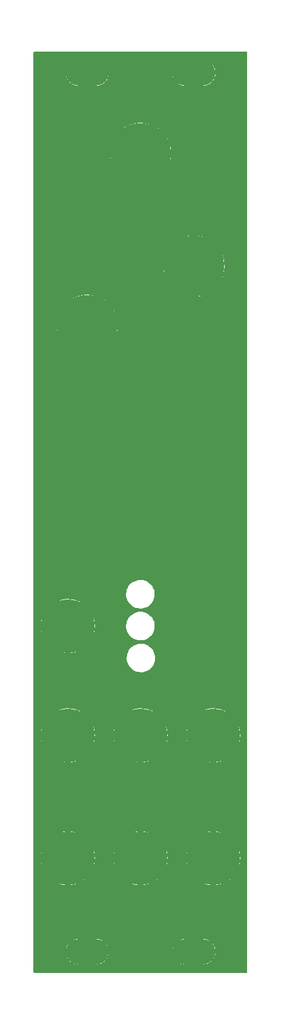
<source format=gbr>
%TF.GenerationSoftware,KiCad,Pcbnew,(5.99.0-10138-g1fe0c6d870)*%
%TF.CreationDate,2021-07-12T21:30:14+01:00*%
%TF.ProjectId,Hagiwo DCO Panel,48616769-776f-4204-9443-4f2050616e65,rev?*%
%TF.SameCoordinates,Original*%
%TF.FileFunction,Copper,L2,Bot*%
%TF.FilePolarity,Positive*%
%FSLAX46Y46*%
G04 Gerber Fmt 4.6, Leading zero omitted, Abs format (unit mm)*
G04 Created by KiCad (PCBNEW (5.99.0-10138-g1fe0c6d870)) date 2021-07-12 21:30:14*
%MOMM*%
%LPD*%
G01*
G04 APERTURE LIST*
%TA.AperFunction,ComponentPad*%
%ADD10C,7.500000*%
%TD*%
%TA.AperFunction,ComponentPad*%
%ADD11O,6.000000X3.500000*%
%TD*%
%TA.AperFunction,ComponentPad*%
%ADD12C,8.500000*%
%TD*%
G04 APERTURE END LIST*
D10*
%TO.P,REF\u002A\u002A,1*%
%TO.N,gnd*%
X151130000Y-147320000D03*
%TD*%
%TO.P,REF\u002A\u002A,1*%
%TO.N,gnd*%
X151130000Y-130175000D03*
%TD*%
%TO.P,REF\u002A\u002A,1*%
%TO.N,gnd*%
X130810000Y-130175000D03*
%TD*%
D11*
%TO.P,REF\u002A\u002A,2*%
%TO.N,gnd*%
X133508750Y-160337500D03*
%TD*%
%TO.P,REF\u002A\u002A,2*%
%TO.N,gnd*%
X148431250Y-37861875D03*
%TD*%
D12*
%TO.P,REF\u002A\u002A,1*%
%TO.N,gnd*%
X148431250Y-64770000D03*
%TD*%
D10*
%TO.P,REF\u002A\u002A,1*%
%TO.N,gnd*%
X140970000Y-147320000D03*
%TD*%
D11*
%TO.P,REF\u002A\u002A,2*%
%TO.N,gnd*%
X148431250Y-160337500D03*
%TD*%
%TO.P,REF\u002A\u002A,2*%
%TO.N,gnd*%
X133508750Y-37861875D03*
%TD*%
D10*
%TO.P,REF\u002A\u002A,1*%
%TO.N,gnd*%
X140970000Y-130175000D03*
%TD*%
D12*
%TO.P,REF\u002A\u002A,1*%
%TO.N,gnd*%
X140970000Y-49053750D03*
%TD*%
%TO.P,REF\u002A\u002A,1*%
%TO.N,gnd*%
X133508750Y-73025000D03*
%TD*%
D10*
%TO.P,REF\u002A\u002A,1*%
%TO.N,gnd*%
X130810000Y-114935000D03*
%TD*%
%TO.P,REF\u002A\u002A,1*%
%TO.N,gnd*%
X130810000Y-147320000D03*
%TD*%
%TA.AperFunction,Conductor*%
%TO.N,gnd*%
G36*
X155834621Y-34865627D02*
G01*
X155881114Y-34919283D01*
X155892500Y-34971625D01*
X155892500Y-163148375D01*
X155872498Y-163216496D01*
X155818842Y-163262989D01*
X155766500Y-163274375D01*
X126118500Y-163274375D01*
X126050379Y-163254373D01*
X126003886Y-163200717D01*
X125992500Y-163148375D01*
X125992500Y-160609210D01*
X130529420Y-160609210D01*
X130541471Y-160697754D01*
X130543409Y-160706873D01*
X130613579Y-160947615D01*
X130616851Y-160956368D01*
X130721835Y-161184095D01*
X130726355Y-161192250D01*
X130863849Y-161401963D01*
X130869532Y-161409368D01*
X131036510Y-161596451D01*
X131043218Y-161602929D01*
X131236019Y-161763281D01*
X131243619Y-161768702D01*
X131457996Y-161898788D01*
X131466313Y-161903026D01*
X131697570Y-162000001D01*
X131706408Y-162002958D01*
X131949462Y-162064686D01*
X131958652Y-162066307D01*
X132165984Y-162087184D01*
X132172276Y-162087500D01*
X133236635Y-162087500D01*
X133251874Y-162083025D01*
X133253079Y-162081635D01*
X133254750Y-162073952D01*
X133254750Y-160609615D01*
X133253409Y-160605048D01*
X133762750Y-160605048D01*
X133762750Y-162069385D01*
X133767225Y-162084624D01*
X133768615Y-162085829D01*
X133776298Y-162087500D01*
X134823690Y-162087500D01*
X134828365Y-162087327D01*
X135013504Y-162073569D01*
X135022710Y-162072192D01*
X135267305Y-162016846D01*
X135276216Y-162014122D01*
X135509944Y-161923230D01*
X135518353Y-161919219D01*
X135736077Y-161794780D01*
X135743802Y-161789569D01*
X135940743Y-161634313D01*
X135947611Y-161628020D01*
X136119435Y-161445365D01*
X136125309Y-161438110D01*
X136268246Y-161232068D01*
X136272974Y-161224043D01*
X136383894Y-160999121D01*
X136387381Y-160990489D01*
X136463834Y-160751648D01*
X136466010Y-160742587D01*
X136487704Y-160609378D01*
X136487683Y-160609210D01*
X145451920Y-160609210D01*
X145463971Y-160697754D01*
X145465909Y-160706873D01*
X145536079Y-160947615D01*
X145539351Y-160956368D01*
X145644335Y-161184095D01*
X145648855Y-161192250D01*
X145786349Y-161401963D01*
X145792032Y-161409368D01*
X145959010Y-161596451D01*
X145965718Y-161602929D01*
X146158519Y-161763281D01*
X146166119Y-161768702D01*
X146380496Y-161898788D01*
X146388813Y-161903026D01*
X146620070Y-162000001D01*
X146628908Y-162002958D01*
X146871962Y-162064686D01*
X146881152Y-162066307D01*
X147088484Y-162087184D01*
X147094776Y-162087500D01*
X148159135Y-162087500D01*
X148174374Y-162083025D01*
X148175579Y-162081635D01*
X148177250Y-162073952D01*
X148177250Y-160609615D01*
X148175909Y-160605048D01*
X148685250Y-160605048D01*
X148685250Y-162069385D01*
X148689725Y-162084624D01*
X148691115Y-162085829D01*
X148698798Y-162087500D01*
X149746190Y-162087500D01*
X149750865Y-162087327D01*
X149936004Y-162073569D01*
X149945210Y-162072192D01*
X150189805Y-162016846D01*
X150198716Y-162014122D01*
X150432444Y-161923230D01*
X150440853Y-161919219D01*
X150658577Y-161794780D01*
X150666302Y-161789569D01*
X150863243Y-161634313D01*
X150870111Y-161628020D01*
X151041935Y-161445365D01*
X151047809Y-161438110D01*
X151190746Y-161232068D01*
X151195474Y-161224043D01*
X151306394Y-160999121D01*
X151309881Y-160990489D01*
X151386334Y-160751648D01*
X151388510Y-160742587D01*
X151410204Y-160609378D01*
X151408508Y-160595785D01*
X151394401Y-160591500D01*
X148703365Y-160591500D01*
X148688126Y-160595975D01*
X148686921Y-160597365D01*
X148685250Y-160605048D01*
X148175909Y-160605048D01*
X148172775Y-160594376D01*
X148171385Y-160593171D01*
X148163702Y-160591500D01*
X145467625Y-160591500D01*
X145453941Y-160595518D01*
X145451920Y-160609210D01*
X136487683Y-160609210D01*
X136486008Y-160595785D01*
X136471901Y-160591500D01*
X133780865Y-160591500D01*
X133765626Y-160595975D01*
X133764421Y-160597365D01*
X133762750Y-160605048D01*
X133253409Y-160605048D01*
X133250275Y-160594376D01*
X133248885Y-160593171D01*
X133241202Y-160591500D01*
X130545125Y-160591500D01*
X130531441Y-160595518D01*
X130529420Y-160609210D01*
X125992500Y-160609210D01*
X125992500Y-160065622D01*
X130529796Y-160065622D01*
X130531492Y-160079215D01*
X130545599Y-160083500D01*
X133236635Y-160083500D01*
X133251874Y-160079025D01*
X133253079Y-160077635D01*
X133254750Y-160069952D01*
X133254750Y-158605615D01*
X133253409Y-158601048D01*
X133762750Y-158601048D01*
X133762750Y-160065385D01*
X133767225Y-160080624D01*
X133768615Y-160081829D01*
X133776298Y-160083500D01*
X136472375Y-160083500D01*
X136486059Y-160079482D01*
X136488080Y-160065790D01*
X136488057Y-160065622D01*
X145452296Y-160065622D01*
X145453992Y-160079215D01*
X145468099Y-160083500D01*
X148159135Y-160083500D01*
X148174374Y-160079025D01*
X148175579Y-160077635D01*
X148177250Y-160069952D01*
X148177250Y-158605615D01*
X148175909Y-158601048D01*
X148685250Y-158601048D01*
X148685250Y-160065385D01*
X148689725Y-160080624D01*
X148691115Y-160081829D01*
X148698798Y-160083500D01*
X151394875Y-160083500D01*
X151408559Y-160079482D01*
X151410580Y-160065790D01*
X151398529Y-159977246D01*
X151396591Y-159968127D01*
X151326421Y-159727385D01*
X151323149Y-159718632D01*
X151218165Y-159490905D01*
X151213645Y-159482750D01*
X151076151Y-159273037D01*
X151070468Y-159265632D01*
X150903490Y-159078549D01*
X150896782Y-159072071D01*
X150703981Y-158911719D01*
X150696381Y-158906298D01*
X150482004Y-158776212D01*
X150473687Y-158771974D01*
X150242430Y-158674999D01*
X150233592Y-158672042D01*
X149990538Y-158610314D01*
X149981348Y-158608693D01*
X149774016Y-158587816D01*
X149767724Y-158587500D01*
X148703365Y-158587500D01*
X148688126Y-158591975D01*
X148686921Y-158593365D01*
X148685250Y-158601048D01*
X148175909Y-158601048D01*
X148172775Y-158590376D01*
X148171385Y-158589171D01*
X148163702Y-158587500D01*
X147116310Y-158587500D01*
X147111635Y-158587673D01*
X146926496Y-158601431D01*
X146917290Y-158602808D01*
X146672695Y-158658154D01*
X146663784Y-158660878D01*
X146430056Y-158751770D01*
X146421647Y-158755781D01*
X146203923Y-158880220D01*
X146196198Y-158885431D01*
X145999257Y-159040687D01*
X145992389Y-159046980D01*
X145820565Y-159229635D01*
X145814691Y-159236890D01*
X145671754Y-159442932D01*
X145667026Y-159450957D01*
X145556106Y-159675879D01*
X145552619Y-159684511D01*
X145476166Y-159923352D01*
X145473990Y-159932413D01*
X145452296Y-160065622D01*
X136488057Y-160065622D01*
X136476029Y-159977246D01*
X136474091Y-159968127D01*
X136403921Y-159727385D01*
X136400649Y-159718632D01*
X136295665Y-159490905D01*
X136291145Y-159482750D01*
X136153651Y-159273037D01*
X136147968Y-159265632D01*
X135980990Y-159078549D01*
X135974282Y-159072071D01*
X135781481Y-158911719D01*
X135773881Y-158906298D01*
X135559504Y-158776212D01*
X135551187Y-158771974D01*
X135319930Y-158674999D01*
X135311092Y-158672042D01*
X135068038Y-158610314D01*
X135058848Y-158608693D01*
X134851516Y-158587816D01*
X134845224Y-158587500D01*
X133780865Y-158587500D01*
X133765626Y-158591975D01*
X133764421Y-158593365D01*
X133762750Y-158601048D01*
X133253409Y-158601048D01*
X133250275Y-158590376D01*
X133248885Y-158589171D01*
X133241202Y-158587500D01*
X132193810Y-158587500D01*
X132189135Y-158587673D01*
X132003996Y-158601431D01*
X131994790Y-158602808D01*
X131750195Y-158658154D01*
X131741284Y-158660878D01*
X131507556Y-158751770D01*
X131499147Y-158755781D01*
X131281423Y-158880220D01*
X131273698Y-158885431D01*
X131076757Y-159040687D01*
X131069889Y-159046980D01*
X130898065Y-159229635D01*
X130892191Y-159236890D01*
X130749254Y-159442932D01*
X130744526Y-159450957D01*
X130633606Y-159675879D01*
X130630119Y-159684511D01*
X130553666Y-159923352D01*
X130551490Y-159932413D01*
X130529796Y-160065622D01*
X125992500Y-160065622D01*
X125992500Y-150147529D01*
X128348011Y-150147529D01*
X128348052Y-150148103D01*
X128353622Y-150156424D01*
X128398982Y-150198502D01*
X128403949Y-150202655D01*
X128707640Y-150431087D01*
X128713011Y-150434710D01*
X129038560Y-150630707D01*
X129044293Y-150633768D01*
X129388270Y-150795265D01*
X129394275Y-150797715D01*
X129753020Y-150922995D01*
X129759268Y-150924822D01*
X130128994Y-151012562D01*
X130135370Y-151013732D01*
X130512169Y-151063004D01*
X130518625Y-151063513D01*
X130898508Y-151073791D01*
X130904971Y-151073633D01*
X131283884Y-151044811D01*
X131290330Y-151043985D01*
X131664260Y-150976367D01*
X131670576Y-150974886D01*
X132035584Y-150869186D01*
X132041715Y-150867063D01*
X132393919Y-150724406D01*
X132399804Y-150721662D01*
X132735476Y-150543557D01*
X132741042Y-150540226D01*
X133056635Y-150328556D01*
X133061837Y-150324664D01*
X133262802Y-150157524D01*
X133269514Y-150147529D01*
X138508011Y-150147529D01*
X138508052Y-150148103D01*
X138513622Y-150156424D01*
X138558982Y-150198502D01*
X138563949Y-150202655D01*
X138867640Y-150431087D01*
X138873011Y-150434710D01*
X139198560Y-150630707D01*
X139204293Y-150633768D01*
X139548270Y-150795265D01*
X139554275Y-150797715D01*
X139913020Y-150922995D01*
X139919268Y-150924822D01*
X140288994Y-151012562D01*
X140295370Y-151013732D01*
X140672169Y-151063004D01*
X140678625Y-151063513D01*
X141058508Y-151073791D01*
X141064971Y-151073633D01*
X141443884Y-151044811D01*
X141450330Y-151043985D01*
X141824260Y-150976367D01*
X141830576Y-150974886D01*
X142195584Y-150869186D01*
X142201715Y-150867063D01*
X142553919Y-150724406D01*
X142559804Y-150721662D01*
X142895476Y-150543557D01*
X142901042Y-150540226D01*
X143216635Y-150328556D01*
X143221837Y-150324664D01*
X143422802Y-150157524D01*
X143429514Y-150147529D01*
X148668011Y-150147529D01*
X148668052Y-150148103D01*
X148673622Y-150156424D01*
X148718982Y-150198502D01*
X148723949Y-150202655D01*
X149027640Y-150431087D01*
X149033011Y-150434710D01*
X149358560Y-150630707D01*
X149364293Y-150633768D01*
X149708270Y-150795265D01*
X149714275Y-150797715D01*
X150073020Y-150922995D01*
X150079268Y-150924822D01*
X150448994Y-151012562D01*
X150455370Y-151013732D01*
X150832169Y-151063004D01*
X150838625Y-151063513D01*
X151218508Y-151073791D01*
X151224971Y-151073633D01*
X151603884Y-151044811D01*
X151610330Y-151043985D01*
X151984260Y-150976367D01*
X151990576Y-150974886D01*
X152355584Y-150869186D01*
X152361715Y-150867063D01*
X152713919Y-150724406D01*
X152719804Y-150721662D01*
X153055476Y-150543557D01*
X153061042Y-150540226D01*
X153376635Y-150328556D01*
X153381837Y-150324664D01*
X153582802Y-150157524D01*
X153591253Y-150144940D01*
X153585078Y-150134288D01*
X151142812Y-147692022D01*
X151128868Y-147684408D01*
X151127035Y-147684539D01*
X151120420Y-147688790D01*
X148675625Y-150133585D01*
X148668011Y-150147529D01*
X143429514Y-150147529D01*
X143431253Y-150144940D01*
X143425078Y-150134288D01*
X140982812Y-147692022D01*
X140968868Y-147684408D01*
X140967035Y-147684539D01*
X140960420Y-147688790D01*
X138515625Y-150133585D01*
X138508011Y-150147529D01*
X133269514Y-150147529D01*
X133271253Y-150144940D01*
X133265078Y-150134288D01*
X130822812Y-147692022D01*
X130808868Y-147684408D01*
X130807035Y-147684539D01*
X130800420Y-147688790D01*
X128355625Y-150133585D01*
X128348011Y-150147529D01*
X125992500Y-150147529D01*
X125992500Y-147506727D01*
X127059812Y-147506727D01*
X127060140Y-147513207D01*
X127098872Y-147891237D01*
X127099862Y-147897634D01*
X127177252Y-148269696D01*
X127178891Y-148275943D01*
X127294113Y-148638074D01*
X127296392Y-148644137D01*
X127448224Y-148992498D01*
X127451117Y-148998299D01*
X127637952Y-149329201D01*
X127641428Y-149334679D01*
X127861288Y-149644624D01*
X127865307Y-149649713D01*
X127972864Y-149772358D01*
X127986103Y-149780756D01*
X127995868Y-149774922D01*
X130437978Y-147332812D01*
X130444356Y-147321132D01*
X131174408Y-147321132D01*
X131174539Y-147322965D01*
X131178790Y-147329580D01*
X133625260Y-149776050D01*
X133638164Y-149783096D01*
X133648768Y-149775392D01*
X133864984Y-149503083D01*
X133868754Y-149497798D01*
X134073204Y-149177492D01*
X134076410Y-149171850D01*
X134246856Y-148832218D01*
X134249463Y-148826277D01*
X134384096Y-148470920D01*
X134386077Y-148464751D01*
X134483468Y-148097438D01*
X134484807Y-148091085D01*
X134543927Y-147715698D01*
X134544602Y-147709279D01*
X134555394Y-147506727D01*
X137219812Y-147506727D01*
X137220140Y-147513207D01*
X137258872Y-147891237D01*
X137259862Y-147897634D01*
X137337252Y-148269696D01*
X137338891Y-148275943D01*
X137454113Y-148638074D01*
X137456392Y-148644137D01*
X137608224Y-148992498D01*
X137611117Y-148998299D01*
X137797952Y-149329201D01*
X137801428Y-149334679D01*
X138021288Y-149644624D01*
X138025307Y-149649713D01*
X138132864Y-149772358D01*
X138146103Y-149780756D01*
X138155868Y-149774922D01*
X140597978Y-147332812D01*
X140604356Y-147321132D01*
X141334408Y-147321132D01*
X141334539Y-147322965D01*
X141338790Y-147329580D01*
X143785260Y-149776050D01*
X143798164Y-149783096D01*
X143808768Y-149775392D01*
X144024984Y-149503083D01*
X144028754Y-149497798D01*
X144233204Y-149177492D01*
X144236410Y-149171850D01*
X144406856Y-148832218D01*
X144409463Y-148826277D01*
X144544096Y-148470920D01*
X144546077Y-148464751D01*
X144643468Y-148097438D01*
X144644807Y-148091085D01*
X144703927Y-147715698D01*
X144704602Y-147709279D01*
X144715394Y-147506727D01*
X147379812Y-147506727D01*
X147380140Y-147513207D01*
X147418872Y-147891237D01*
X147419862Y-147897634D01*
X147497252Y-148269696D01*
X147498891Y-148275943D01*
X147614113Y-148638074D01*
X147616392Y-148644137D01*
X147768224Y-148992498D01*
X147771117Y-148998299D01*
X147957952Y-149329201D01*
X147961428Y-149334679D01*
X148181288Y-149644624D01*
X148185307Y-149649713D01*
X148292864Y-149772358D01*
X148306103Y-149780756D01*
X148315868Y-149774922D01*
X150757978Y-147332812D01*
X150764356Y-147321132D01*
X151494408Y-147321132D01*
X151494539Y-147322965D01*
X151498790Y-147329580D01*
X153945260Y-149776050D01*
X153958164Y-149783096D01*
X153968768Y-149775392D01*
X154184984Y-149503083D01*
X154188754Y-149497798D01*
X154393204Y-149177492D01*
X154396410Y-149171850D01*
X154566856Y-148832218D01*
X154569463Y-148826277D01*
X154704096Y-148470920D01*
X154706077Y-148464751D01*
X154803468Y-148097438D01*
X154804807Y-148091085D01*
X154863927Y-147715698D01*
X154864602Y-147709279D01*
X154884907Y-147328184D01*
X154884996Y-147324913D01*
X154884998Y-147321661D01*
X154884914Y-147318340D01*
X154865276Y-146937260D01*
X154864609Y-146930803D01*
X154806147Y-146555327D01*
X154804820Y-146548976D01*
X154708067Y-146181482D01*
X154706104Y-146175331D01*
X154572087Y-145819726D01*
X154569491Y-145813786D01*
X154399630Y-145473840D01*
X154396450Y-145468220D01*
X154192549Y-145147542D01*
X154188790Y-145142252D01*
X153969534Y-144865122D01*
X153957566Y-144856653D01*
X153946089Y-144863121D01*
X151502022Y-147307188D01*
X151494408Y-147321132D01*
X150764356Y-147321132D01*
X150765592Y-147318868D01*
X150765461Y-147317035D01*
X150761210Y-147310420D01*
X148317607Y-144866817D01*
X148303816Y-144859286D01*
X148294504Y-144865699D01*
X148189373Y-144985156D01*
X148185346Y-144990237D01*
X147964949Y-145299794D01*
X147961466Y-145305260D01*
X147774050Y-145635845D01*
X147771151Y-145641633D01*
X147618707Y-145989737D01*
X147616420Y-145995788D01*
X147500569Y-146357706D01*
X147498911Y-146363981D01*
X147420878Y-146735882D01*
X147419874Y-146742298D01*
X147380482Y-147120252D01*
X147380143Y-147126719D01*
X147379812Y-147506727D01*
X144715394Y-147506727D01*
X144724907Y-147328184D01*
X144724996Y-147324913D01*
X144724998Y-147321661D01*
X144724914Y-147318340D01*
X144705276Y-146937260D01*
X144704609Y-146930803D01*
X144646147Y-146555327D01*
X144644820Y-146548976D01*
X144548067Y-146181482D01*
X144546104Y-146175331D01*
X144412087Y-145819726D01*
X144409491Y-145813786D01*
X144239630Y-145473840D01*
X144236450Y-145468220D01*
X144032549Y-145147542D01*
X144028790Y-145142252D01*
X143809534Y-144865122D01*
X143797566Y-144856653D01*
X143786089Y-144863121D01*
X141342022Y-147307188D01*
X141334408Y-147321132D01*
X140604356Y-147321132D01*
X140605592Y-147318868D01*
X140605461Y-147317035D01*
X140601210Y-147310420D01*
X138157607Y-144866817D01*
X138143816Y-144859286D01*
X138134504Y-144865699D01*
X138029373Y-144985156D01*
X138025346Y-144990237D01*
X137804949Y-145299794D01*
X137801466Y-145305260D01*
X137614050Y-145635845D01*
X137611151Y-145641633D01*
X137458707Y-145989737D01*
X137456420Y-145995788D01*
X137340569Y-146357706D01*
X137338911Y-146363981D01*
X137260878Y-146735882D01*
X137259874Y-146742298D01*
X137220482Y-147120252D01*
X137220143Y-147126719D01*
X137219812Y-147506727D01*
X134555394Y-147506727D01*
X134564907Y-147328184D01*
X134564996Y-147324913D01*
X134564998Y-147321661D01*
X134564914Y-147318340D01*
X134545276Y-146937260D01*
X134544609Y-146930803D01*
X134486147Y-146555327D01*
X134484820Y-146548976D01*
X134388067Y-146181482D01*
X134386104Y-146175331D01*
X134252087Y-145819726D01*
X134249491Y-145813786D01*
X134079630Y-145473840D01*
X134076450Y-145468220D01*
X133872549Y-145147542D01*
X133868790Y-145142252D01*
X133649534Y-144865122D01*
X133637566Y-144856653D01*
X133626089Y-144863121D01*
X131182022Y-147307188D01*
X131174408Y-147321132D01*
X130444356Y-147321132D01*
X130445592Y-147318868D01*
X130445461Y-147317035D01*
X130441210Y-147310420D01*
X127997607Y-144866817D01*
X127983816Y-144859286D01*
X127974504Y-144865699D01*
X127869373Y-144985156D01*
X127865346Y-144990237D01*
X127644949Y-145299794D01*
X127641466Y-145305260D01*
X127454050Y-145635845D01*
X127451151Y-145641633D01*
X127298707Y-145989737D01*
X127296420Y-145995788D01*
X127180569Y-146357706D01*
X127178911Y-146363981D01*
X127100878Y-146735882D01*
X127099874Y-146742298D01*
X127060482Y-147120252D01*
X127060143Y-147126719D01*
X127059812Y-147506727D01*
X125992500Y-147506727D01*
X125992500Y-144495072D01*
X128348098Y-144495072D01*
X128348114Y-144495590D01*
X128353414Y-144504204D01*
X130797188Y-146947978D01*
X130811132Y-146955592D01*
X130812965Y-146955461D01*
X130819580Y-146951210D01*
X133263811Y-144506979D01*
X133270314Y-144495072D01*
X138508098Y-144495072D01*
X138508114Y-144495590D01*
X138513414Y-144504204D01*
X140957188Y-146947978D01*
X140971132Y-146955592D01*
X140972965Y-146955461D01*
X140979580Y-146951210D01*
X143423811Y-144506979D01*
X143430314Y-144495072D01*
X148668098Y-144495072D01*
X148668114Y-144495590D01*
X148673414Y-144504204D01*
X151117188Y-146947978D01*
X151131132Y-146955592D01*
X151132965Y-146955461D01*
X151139580Y-146951210D01*
X153583811Y-144506979D01*
X153591095Y-144493641D01*
X153584017Y-144483646D01*
X153387068Y-144319263D01*
X153381889Y-144315373D01*
X153066669Y-144103155D01*
X153061101Y-144099809D01*
X152725734Y-143921116D01*
X152719856Y-143918362D01*
X152367900Y-143775091D01*
X152361779Y-143772959D01*
X151996955Y-143666622D01*
X151990645Y-143665130D01*
X151616818Y-143596858D01*
X151610390Y-143596023D01*
X151231535Y-143566539D01*
X151225049Y-143566369D01*
X150845165Y-143575985D01*
X150838701Y-143576482D01*
X150461804Y-143625098D01*
X150455450Y-143626253D01*
X150085548Y-143713353D01*
X150079314Y-143715164D01*
X149720356Y-143839816D01*
X149714331Y-143842262D01*
X149370075Y-144003157D01*
X149364354Y-144006199D01*
X149038451Y-144201634D01*
X149033063Y-144205255D01*
X148728986Y-144433148D01*
X148724007Y-144437296D01*
X148676252Y-144481440D01*
X148668098Y-144495072D01*
X143430314Y-144495072D01*
X143431095Y-144493641D01*
X143424017Y-144483646D01*
X143227068Y-144319263D01*
X143221889Y-144315373D01*
X142906669Y-144103155D01*
X142901101Y-144099809D01*
X142565734Y-143921116D01*
X142559856Y-143918362D01*
X142207900Y-143775091D01*
X142201779Y-143772959D01*
X141836955Y-143666622D01*
X141830645Y-143665130D01*
X141456818Y-143596858D01*
X141450390Y-143596023D01*
X141071535Y-143566539D01*
X141065049Y-143566369D01*
X140685165Y-143575985D01*
X140678701Y-143576482D01*
X140301804Y-143625098D01*
X140295450Y-143626253D01*
X139925548Y-143713353D01*
X139919314Y-143715164D01*
X139560356Y-143839816D01*
X139554331Y-143842262D01*
X139210075Y-144003157D01*
X139204354Y-144006199D01*
X138878451Y-144201634D01*
X138873063Y-144205255D01*
X138568986Y-144433148D01*
X138564007Y-144437296D01*
X138516252Y-144481440D01*
X138508098Y-144495072D01*
X133270314Y-144495072D01*
X133271095Y-144493641D01*
X133264017Y-144483646D01*
X133067068Y-144319263D01*
X133061889Y-144315373D01*
X132746669Y-144103155D01*
X132741101Y-144099809D01*
X132405734Y-143921116D01*
X132399856Y-143918362D01*
X132047900Y-143775091D01*
X132041779Y-143772959D01*
X131676955Y-143666622D01*
X131670645Y-143665130D01*
X131296818Y-143596858D01*
X131290390Y-143596023D01*
X130911535Y-143566539D01*
X130905049Y-143566369D01*
X130525165Y-143575985D01*
X130518701Y-143576482D01*
X130141804Y-143625098D01*
X130135450Y-143626253D01*
X129765548Y-143713353D01*
X129759314Y-143715164D01*
X129400356Y-143839816D01*
X129394331Y-143842262D01*
X129050075Y-144003157D01*
X129044354Y-144006199D01*
X128718451Y-144201634D01*
X128713063Y-144205255D01*
X128408986Y-144433148D01*
X128404007Y-144437296D01*
X128356252Y-144481440D01*
X128348098Y-144495072D01*
X125992500Y-144495072D01*
X125992500Y-133002529D01*
X128348011Y-133002529D01*
X128348052Y-133003103D01*
X128353622Y-133011424D01*
X128398982Y-133053502D01*
X128403949Y-133057655D01*
X128707640Y-133286087D01*
X128713011Y-133289710D01*
X129038560Y-133485707D01*
X129044293Y-133488768D01*
X129388270Y-133650265D01*
X129394275Y-133652715D01*
X129753020Y-133777995D01*
X129759268Y-133779822D01*
X130128994Y-133867562D01*
X130135370Y-133868732D01*
X130512169Y-133918004D01*
X130518625Y-133918513D01*
X130898508Y-133928791D01*
X130904971Y-133928633D01*
X131283884Y-133899811D01*
X131290330Y-133898985D01*
X131664260Y-133831367D01*
X131670576Y-133829886D01*
X132035584Y-133724186D01*
X132041715Y-133722063D01*
X132393919Y-133579406D01*
X132399804Y-133576662D01*
X132735476Y-133398557D01*
X132741042Y-133395226D01*
X133056635Y-133183556D01*
X133061837Y-133179664D01*
X133262802Y-133012524D01*
X133269514Y-133002529D01*
X138508011Y-133002529D01*
X138508052Y-133003103D01*
X138513622Y-133011424D01*
X138558982Y-133053502D01*
X138563949Y-133057655D01*
X138867640Y-133286087D01*
X138873011Y-133289710D01*
X139198560Y-133485707D01*
X139204293Y-133488768D01*
X139548270Y-133650265D01*
X139554275Y-133652715D01*
X139913020Y-133777995D01*
X139919268Y-133779822D01*
X140288994Y-133867562D01*
X140295370Y-133868732D01*
X140672169Y-133918004D01*
X140678625Y-133918513D01*
X141058508Y-133928791D01*
X141064971Y-133928633D01*
X141443884Y-133899811D01*
X141450330Y-133898985D01*
X141824260Y-133831367D01*
X141830576Y-133829886D01*
X142195584Y-133724186D01*
X142201715Y-133722063D01*
X142553919Y-133579406D01*
X142559804Y-133576662D01*
X142895476Y-133398557D01*
X142901042Y-133395226D01*
X143216635Y-133183556D01*
X143221837Y-133179664D01*
X143422802Y-133012524D01*
X143429514Y-133002529D01*
X148668011Y-133002529D01*
X148668052Y-133003103D01*
X148673622Y-133011424D01*
X148718982Y-133053502D01*
X148723949Y-133057655D01*
X149027640Y-133286087D01*
X149033011Y-133289710D01*
X149358560Y-133485707D01*
X149364293Y-133488768D01*
X149708270Y-133650265D01*
X149714275Y-133652715D01*
X150073020Y-133777995D01*
X150079268Y-133779822D01*
X150448994Y-133867562D01*
X150455370Y-133868732D01*
X150832169Y-133918004D01*
X150838625Y-133918513D01*
X151218508Y-133928791D01*
X151224971Y-133928633D01*
X151603884Y-133899811D01*
X151610330Y-133898985D01*
X151984260Y-133831367D01*
X151990576Y-133829886D01*
X152355584Y-133724186D01*
X152361715Y-133722063D01*
X152713919Y-133579406D01*
X152719804Y-133576662D01*
X153055476Y-133398557D01*
X153061042Y-133395226D01*
X153376635Y-133183556D01*
X153381837Y-133179664D01*
X153582802Y-133012524D01*
X153591253Y-132999940D01*
X153585078Y-132989288D01*
X151142812Y-130547022D01*
X151128868Y-130539408D01*
X151127035Y-130539539D01*
X151120420Y-130543790D01*
X148675625Y-132988585D01*
X148668011Y-133002529D01*
X143429514Y-133002529D01*
X143431253Y-132999940D01*
X143425078Y-132989288D01*
X140982812Y-130547022D01*
X140968868Y-130539408D01*
X140967035Y-130539539D01*
X140960420Y-130543790D01*
X138515625Y-132988585D01*
X138508011Y-133002529D01*
X133269514Y-133002529D01*
X133271253Y-132999940D01*
X133265078Y-132989288D01*
X130822812Y-130547022D01*
X130808868Y-130539408D01*
X130807035Y-130539539D01*
X130800420Y-130543790D01*
X128355625Y-132988585D01*
X128348011Y-133002529D01*
X125992500Y-133002529D01*
X125992500Y-130361727D01*
X127059812Y-130361727D01*
X127060140Y-130368207D01*
X127098872Y-130746237D01*
X127099862Y-130752634D01*
X127177252Y-131124696D01*
X127178891Y-131130943D01*
X127294113Y-131493074D01*
X127296392Y-131499137D01*
X127448224Y-131847498D01*
X127451117Y-131853299D01*
X127637952Y-132184201D01*
X127641428Y-132189679D01*
X127861288Y-132499624D01*
X127865307Y-132504713D01*
X127972864Y-132627358D01*
X127986103Y-132635756D01*
X127995868Y-132629922D01*
X130437978Y-130187812D01*
X130444356Y-130176132D01*
X131174408Y-130176132D01*
X131174539Y-130177965D01*
X131178790Y-130184580D01*
X133625260Y-132631050D01*
X133638164Y-132638096D01*
X133648768Y-132630392D01*
X133864984Y-132358083D01*
X133868754Y-132352798D01*
X134073204Y-132032492D01*
X134076410Y-132026850D01*
X134246856Y-131687218D01*
X134249463Y-131681277D01*
X134384096Y-131325920D01*
X134386077Y-131319751D01*
X134483468Y-130952438D01*
X134484807Y-130946085D01*
X134543927Y-130570698D01*
X134544602Y-130564279D01*
X134555394Y-130361727D01*
X137219812Y-130361727D01*
X137220140Y-130368207D01*
X137258872Y-130746237D01*
X137259862Y-130752634D01*
X137337252Y-131124696D01*
X137338891Y-131130943D01*
X137454113Y-131493074D01*
X137456392Y-131499137D01*
X137608224Y-131847498D01*
X137611117Y-131853299D01*
X137797952Y-132184201D01*
X137801428Y-132189679D01*
X138021288Y-132499624D01*
X138025307Y-132504713D01*
X138132864Y-132627358D01*
X138146103Y-132635756D01*
X138155868Y-132629922D01*
X140597978Y-130187812D01*
X140604356Y-130176132D01*
X141334408Y-130176132D01*
X141334539Y-130177965D01*
X141338790Y-130184580D01*
X143785260Y-132631050D01*
X143798164Y-132638096D01*
X143808768Y-132630392D01*
X144024984Y-132358083D01*
X144028754Y-132352798D01*
X144233204Y-132032492D01*
X144236410Y-132026850D01*
X144406856Y-131687218D01*
X144409463Y-131681277D01*
X144544096Y-131325920D01*
X144546077Y-131319751D01*
X144643468Y-130952438D01*
X144644807Y-130946085D01*
X144703927Y-130570698D01*
X144704602Y-130564279D01*
X144715394Y-130361727D01*
X147379812Y-130361727D01*
X147380140Y-130368207D01*
X147418872Y-130746237D01*
X147419862Y-130752634D01*
X147497252Y-131124696D01*
X147498891Y-131130943D01*
X147614113Y-131493074D01*
X147616392Y-131499137D01*
X147768224Y-131847498D01*
X147771117Y-131853299D01*
X147957952Y-132184201D01*
X147961428Y-132189679D01*
X148181288Y-132499624D01*
X148185307Y-132504713D01*
X148292864Y-132627358D01*
X148306103Y-132635756D01*
X148315868Y-132629922D01*
X150757978Y-130187812D01*
X150764356Y-130176132D01*
X151494408Y-130176132D01*
X151494539Y-130177965D01*
X151498790Y-130184580D01*
X153945260Y-132631050D01*
X153958164Y-132638096D01*
X153968768Y-132630392D01*
X154184984Y-132358083D01*
X154188754Y-132352798D01*
X154393204Y-132032492D01*
X154396410Y-132026850D01*
X154566856Y-131687218D01*
X154569463Y-131681277D01*
X154704096Y-131325920D01*
X154706077Y-131319751D01*
X154803468Y-130952438D01*
X154804807Y-130946085D01*
X154863927Y-130570698D01*
X154864602Y-130564279D01*
X154884907Y-130183184D01*
X154884996Y-130179913D01*
X154884998Y-130176661D01*
X154884914Y-130173340D01*
X154865276Y-129792260D01*
X154864609Y-129785803D01*
X154806147Y-129410327D01*
X154804820Y-129403976D01*
X154708067Y-129036482D01*
X154706104Y-129030331D01*
X154572087Y-128674726D01*
X154569491Y-128668786D01*
X154399630Y-128328840D01*
X154396450Y-128323220D01*
X154192549Y-128002542D01*
X154188790Y-127997252D01*
X153969534Y-127720122D01*
X153957566Y-127711653D01*
X153946089Y-127718121D01*
X151502022Y-130162188D01*
X151494408Y-130176132D01*
X150764356Y-130176132D01*
X150765592Y-130173868D01*
X150765461Y-130172035D01*
X150761210Y-130165420D01*
X148317607Y-127721817D01*
X148303816Y-127714286D01*
X148294504Y-127720699D01*
X148189373Y-127840156D01*
X148185346Y-127845237D01*
X147964949Y-128154794D01*
X147961466Y-128160260D01*
X147774050Y-128490845D01*
X147771151Y-128496633D01*
X147618707Y-128844737D01*
X147616420Y-128850788D01*
X147500569Y-129212706D01*
X147498911Y-129218981D01*
X147420878Y-129590882D01*
X147419874Y-129597298D01*
X147380482Y-129975252D01*
X147380143Y-129981719D01*
X147379812Y-130361727D01*
X144715394Y-130361727D01*
X144724907Y-130183184D01*
X144724996Y-130179913D01*
X144724998Y-130176661D01*
X144724914Y-130173340D01*
X144705276Y-129792260D01*
X144704609Y-129785803D01*
X144646147Y-129410327D01*
X144644820Y-129403976D01*
X144548067Y-129036482D01*
X144546104Y-129030331D01*
X144412087Y-128674726D01*
X144409491Y-128668786D01*
X144239630Y-128328840D01*
X144236450Y-128323220D01*
X144032549Y-128002542D01*
X144028790Y-127997252D01*
X143809534Y-127720122D01*
X143797566Y-127711653D01*
X143786089Y-127718121D01*
X141342022Y-130162188D01*
X141334408Y-130176132D01*
X140604356Y-130176132D01*
X140605592Y-130173868D01*
X140605461Y-130172035D01*
X140601210Y-130165420D01*
X138157607Y-127721817D01*
X138143816Y-127714286D01*
X138134504Y-127720699D01*
X138029373Y-127840156D01*
X138025346Y-127845237D01*
X137804949Y-128154794D01*
X137801466Y-128160260D01*
X137614050Y-128490845D01*
X137611151Y-128496633D01*
X137458707Y-128844737D01*
X137456420Y-128850788D01*
X137340569Y-129212706D01*
X137338911Y-129218981D01*
X137260878Y-129590882D01*
X137259874Y-129597298D01*
X137220482Y-129975252D01*
X137220143Y-129981719D01*
X137219812Y-130361727D01*
X134555394Y-130361727D01*
X134564907Y-130183184D01*
X134564996Y-130179913D01*
X134564998Y-130176661D01*
X134564914Y-130173340D01*
X134545276Y-129792260D01*
X134544609Y-129785803D01*
X134486147Y-129410327D01*
X134484820Y-129403976D01*
X134388067Y-129036482D01*
X134386104Y-129030331D01*
X134252087Y-128674726D01*
X134249491Y-128668786D01*
X134079630Y-128328840D01*
X134076450Y-128323220D01*
X133872549Y-128002542D01*
X133868790Y-127997252D01*
X133649534Y-127720122D01*
X133637566Y-127711653D01*
X133626089Y-127718121D01*
X131182022Y-130162188D01*
X131174408Y-130176132D01*
X130444356Y-130176132D01*
X130445592Y-130173868D01*
X130445461Y-130172035D01*
X130441210Y-130165420D01*
X127997607Y-127721817D01*
X127983816Y-127714286D01*
X127974504Y-127720699D01*
X127869373Y-127840156D01*
X127865346Y-127845237D01*
X127644949Y-128154794D01*
X127641466Y-128160260D01*
X127454050Y-128490845D01*
X127451151Y-128496633D01*
X127298707Y-128844737D01*
X127296420Y-128850788D01*
X127180569Y-129212706D01*
X127178911Y-129218981D01*
X127100878Y-129590882D01*
X127099874Y-129597298D01*
X127060482Y-129975252D01*
X127060143Y-129981719D01*
X127059812Y-130361727D01*
X125992500Y-130361727D01*
X125992500Y-127350072D01*
X128348098Y-127350072D01*
X128348114Y-127350590D01*
X128353414Y-127359204D01*
X130797188Y-129802978D01*
X130811132Y-129810592D01*
X130812965Y-129810461D01*
X130819580Y-129806210D01*
X133263811Y-127361979D01*
X133270314Y-127350072D01*
X138508098Y-127350072D01*
X138508114Y-127350590D01*
X138513414Y-127359204D01*
X140957188Y-129802978D01*
X140971132Y-129810592D01*
X140972965Y-129810461D01*
X140979580Y-129806210D01*
X143423811Y-127361979D01*
X143430314Y-127350072D01*
X148668098Y-127350072D01*
X148668114Y-127350590D01*
X148673414Y-127359204D01*
X151117188Y-129802978D01*
X151131132Y-129810592D01*
X151132965Y-129810461D01*
X151139580Y-129806210D01*
X153583811Y-127361979D01*
X153591095Y-127348641D01*
X153584017Y-127338646D01*
X153387068Y-127174263D01*
X153381889Y-127170373D01*
X153066669Y-126958155D01*
X153061101Y-126954809D01*
X152725734Y-126776116D01*
X152719856Y-126773362D01*
X152367900Y-126630091D01*
X152361779Y-126627959D01*
X151996955Y-126521622D01*
X151990645Y-126520130D01*
X151616818Y-126451858D01*
X151610390Y-126451023D01*
X151231535Y-126421539D01*
X151225049Y-126421369D01*
X150845165Y-126430985D01*
X150838701Y-126431482D01*
X150461804Y-126480098D01*
X150455450Y-126481253D01*
X150085548Y-126568353D01*
X150079314Y-126570164D01*
X149720356Y-126694816D01*
X149714331Y-126697262D01*
X149370075Y-126858157D01*
X149364354Y-126861199D01*
X149038451Y-127056634D01*
X149033063Y-127060255D01*
X148728986Y-127288148D01*
X148724007Y-127292296D01*
X148676252Y-127336440D01*
X148668098Y-127350072D01*
X143430314Y-127350072D01*
X143431095Y-127348641D01*
X143424017Y-127338646D01*
X143227068Y-127174263D01*
X143221889Y-127170373D01*
X142906669Y-126958155D01*
X142901101Y-126954809D01*
X142565734Y-126776116D01*
X142559856Y-126773362D01*
X142207900Y-126630091D01*
X142201779Y-126627959D01*
X141836955Y-126521622D01*
X141830645Y-126520130D01*
X141456818Y-126451858D01*
X141450390Y-126451023D01*
X141071535Y-126421539D01*
X141065049Y-126421369D01*
X140685165Y-126430985D01*
X140678701Y-126431482D01*
X140301804Y-126480098D01*
X140295450Y-126481253D01*
X139925548Y-126568353D01*
X139919314Y-126570164D01*
X139560356Y-126694816D01*
X139554331Y-126697262D01*
X139210075Y-126858157D01*
X139204354Y-126861199D01*
X138878451Y-127056634D01*
X138873063Y-127060255D01*
X138568986Y-127288148D01*
X138564007Y-127292296D01*
X138516252Y-127336440D01*
X138508098Y-127350072D01*
X133270314Y-127350072D01*
X133271095Y-127348641D01*
X133264017Y-127338646D01*
X133067068Y-127174263D01*
X133061889Y-127170373D01*
X132746669Y-126958155D01*
X132741101Y-126954809D01*
X132405734Y-126776116D01*
X132399856Y-126773362D01*
X132047900Y-126630091D01*
X132041779Y-126627959D01*
X131676955Y-126521622D01*
X131670645Y-126520130D01*
X131296818Y-126451858D01*
X131290390Y-126451023D01*
X130911535Y-126421539D01*
X130905049Y-126421369D01*
X130525165Y-126430985D01*
X130518701Y-126431482D01*
X130141804Y-126480098D01*
X130135450Y-126481253D01*
X129765548Y-126568353D01*
X129759314Y-126570164D01*
X129400356Y-126694816D01*
X129394331Y-126697262D01*
X129050075Y-126858157D01*
X129044354Y-126861199D01*
X128718451Y-127056634D01*
X128713063Y-127060255D01*
X128408986Y-127288148D01*
X128404007Y-127292296D01*
X128356252Y-127336440D01*
X128348098Y-127350072D01*
X125992500Y-127350072D01*
X125992500Y-119328407D01*
X139023298Y-119328407D01*
X139034365Y-119610092D01*
X139085012Y-119887408D01*
X139174228Y-120154821D01*
X139176220Y-120158808D01*
X139176221Y-120158810D01*
X139259236Y-120324949D01*
X139300232Y-120406996D01*
X139460511Y-120638900D01*
X139463533Y-120642169D01*
X139648851Y-120842646D01*
X139648856Y-120842651D01*
X139651867Y-120845908D01*
X139870481Y-121023888D01*
X139874299Y-121026187D01*
X139874301Y-121026188D01*
X140037822Y-121124635D01*
X140111992Y-121169289D01*
X140212052Y-121211659D01*
X140367478Y-121277474D01*
X140367483Y-121277476D01*
X140371581Y-121279211D01*
X140375878Y-121280350D01*
X140375883Y-121280352D01*
X140507825Y-121315335D01*
X140644068Y-121351459D01*
X140924017Y-121384594D01*
X141205841Y-121377952D01*
X141210239Y-121377220D01*
X141479528Y-121332398D01*
X141479532Y-121332397D01*
X141483918Y-121331667D01*
X141488159Y-121330326D01*
X141488162Y-121330325D01*
X141748454Y-121248006D01*
X141748456Y-121248005D01*
X141752700Y-121246663D01*
X142006822Y-121124635D01*
X142124666Y-121045894D01*
X142237508Y-120970496D01*
X142237512Y-120970493D01*
X142241216Y-120968018D01*
X142244533Y-120965047D01*
X142244537Y-120965044D01*
X142447885Y-120782910D01*
X142447886Y-120782909D01*
X142451203Y-120779938D01*
X142632595Y-120564146D01*
X142781772Y-120324949D01*
X142895758Y-120067118D01*
X142972278Y-119795800D01*
X142996633Y-119614472D01*
X143009378Y-119519588D01*
X143009379Y-119519580D01*
X143009805Y-119516406D01*
X143013743Y-119391094D01*
X142993833Y-119109895D01*
X142934501Y-118834307D01*
X142836929Y-118569829D01*
X142703066Y-118321736D01*
X142535582Y-118094981D01*
X142492730Y-118051450D01*
X142386517Y-117943556D01*
X142337818Y-117894086D01*
X142113721Y-117723061D01*
X141867762Y-117585317D01*
X141863623Y-117583716D01*
X141863615Y-117583712D01*
X141668724Y-117508315D01*
X141604849Y-117483604D01*
X141600524Y-117482601D01*
X141600519Y-117482600D01*
X141449443Y-117447583D01*
X141330227Y-117419950D01*
X141049375Y-117395625D01*
X141044940Y-117395869D01*
X141044936Y-117395869D01*
X140772342Y-117410871D01*
X140772335Y-117410872D01*
X140767899Y-117411116D01*
X140576045Y-117449278D01*
X140495776Y-117465244D01*
X140495774Y-117465245D01*
X140491413Y-117466112D01*
X140225434Y-117559517D01*
X139975270Y-117689467D01*
X139971655Y-117692050D01*
X139971649Y-117692054D01*
X139749532Y-117850781D01*
X139749528Y-117850784D01*
X139745911Y-117853369D01*
X139541935Y-118047953D01*
X139367411Y-118269336D01*
X139225821Y-118513101D01*
X139224153Y-118517218D01*
X139224150Y-118517225D01*
X139166397Y-118659811D01*
X139119990Y-118774384D01*
X139052031Y-119047973D01*
X139023298Y-119328407D01*
X125992500Y-119328407D01*
X125992500Y-117762529D01*
X128348011Y-117762529D01*
X128348052Y-117763103D01*
X128353622Y-117771424D01*
X128398982Y-117813502D01*
X128403949Y-117817655D01*
X128707640Y-118046087D01*
X128713011Y-118049710D01*
X129038560Y-118245707D01*
X129044293Y-118248768D01*
X129388270Y-118410265D01*
X129394275Y-118412715D01*
X129753020Y-118537995D01*
X129759268Y-118539822D01*
X130128994Y-118627562D01*
X130135370Y-118628732D01*
X130512169Y-118678004D01*
X130518625Y-118678513D01*
X130898508Y-118688791D01*
X130904971Y-118688633D01*
X131283884Y-118659811D01*
X131290330Y-118658985D01*
X131664260Y-118591367D01*
X131670576Y-118589886D01*
X132035584Y-118484186D01*
X132041715Y-118482063D01*
X132393919Y-118339406D01*
X132399804Y-118336662D01*
X132735476Y-118158557D01*
X132741042Y-118155226D01*
X133056635Y-117943556D01*
X133061837Y-117939664D01*
X133262802Y-117772524D01*
X133271253Y-117759940D01*
X133265078Y-117749288D01*
X130822812Y-115307022D01*
X130808868Y-115299408D01*
X130807035Y-115299539D01*
X130800420Y-115303790D01*
X128355625Y-117748585D01*
X128348011Y-117762529D01*
X125992500Y-117762529D01*
X125992500Y-115121727D01*
X127059812Y-115121727D01*
X127060140Y-115128207D01*
X127098872Y-115506237D01*
X127099862Y-115512634D01*
X127177252Y-115884696D01*
X127178891Y-115890943D01*
X127294113Y-116253074D01*
X127296392Y-116259137D01*
X127448224Y-116607498D01*
X127451117Y-116613299D01*
X127637952Y-116944201D01*
X127641428Y-116949679D01*
X127861288Y-117259624D01*
X127865307Y-117264713D01*
X127972864Y-117387358D01*
X127986103Y-117395756D01*
X127995868Y-117389922D01*
X130437978Y-114947812D01*
X130444356Y-114936132D01*
X131174408Y-114936132D01*
X131174539Y-114937965D01*
X131178790Y-114944580D01*
X133625260Y-117391050D01*
X133638164Y-117398096D01*
X133648768Y-117390392D01*
X133864984Y-117118083D01*
X133868754Y-117112798D01*
X134073204Y-116792492D01*
X134076410Y-116786850D01*
X134246856Y-116447218D01*
X134249463Y-116441277D01*
X134384096Y-116085920D01*
X134386077Y-116079751D01*
X134483468Y-115712438D01*
X134484807Y-115706085D01*
X134543927Y-115330698D01*
X134544602Y-115324279D01*
X134564907Y-114943184D01*
X134564996Y-114939913D01*
X134564998Y-114936661D01*
X134564914Y-114933340D01*
X134562341Y-114883407D01*
X138943923Y-114883407D01*
X138954990Y-115165092D01*
X139005637Y-115442408D01*
X139094853Y-115709821D01*
X139096845Y-115713808D01*
X139096846Y-115713810D01*
X139182233Y-115884696D01*
X139220857Y-115961996D01*
X139381136Y-116193900D01*
X139384158Y-116197169D01*
X139569476Y-116397646D01*
X139569481Y-116397651D01*
X139572492Y-116400908D01*
X139791106Y-116578888D01*
X139794924Y-116581187D01*
X139794926Y-116581188D01*
X139958447Y-116679635D01*
X140032617Y-116724289D01*
X140132677Y-116766659D01*
X140288103Y-116832474D01*
X140288108Y-116832476D01*
X140292206Y-116834211D01*
X140296503Y-116835350D01*
X140296508Y-116835352D01*
X140428450Y-116870335D01*
X140564693Y-116906459D01*
X140844642Y-116939594D01*
X141126466Y-116932952D01*
X141130864Y-116932220D01*
X141400153Y-116887398D01*
X141400157Y-116887397D01*
X141404543Y-116886667D01*
X141408784Y-116885326D01*
X141408787Y-116885325D01*
X141669079Y-116803006D01*
X141669081Y-116803005D01*
X141673325Y-116801663D01*
X141927447Y-116679635D01*
X142045291Y-116600894D01*
X142158133Y-116525496D01*
X142158137Y-116525493D01*
X142161841Y-116523018D01*
X142165158Y-116520047D01*
X142165162Y-116520044D01*
X142368510Y-116337910D01*
X142368511Y-116337909D01*
X142371828Y-116334938D01*
X142553220Y-116119146D01*
X142695541Y-115890943D01*
X142700039Y-115883730D01*
X142700039Y-115883729D01*
X142702397Y-115879949D01*
X142816383Y-115622118D01*
X142892903Y-115350800D01*
X142917258Y-115169472D01*
X142930003Y-115074588D01*
X142930004Y-115074580D01*
X142930430Y-115071406D01*
X142934368Y-114946094D01*
X142914458Y-114664895D01*
X142888819Y-114545803D01*
X142856062Y-114393654D01*
X142856062Y-114393652D01*
X142855126Y-114389307D01*
X142757554Y-114124829D01*
X142623691Y-113876736D01*
X142456207Y-113649981D01*
X142413355Y-113606450D01*
X142261574Y-113452267D01*
X142258443Y-113449086D01*
X142034346Y-113278061D01*
X141996084Y-113256633D01*
X141792273Y-113142493D01*
X141792270Y-113142492D01*
X141788387Y-113140317D01*
X141784248Y-113138716D01*
X141784240Y-113138712D01*
X141589349Y-113063315D01*
X141525474Y-113038604D01*
X141521149Y-113037601D01*
X141521144Y-113037600D01*
X141370068Y-113002583D01*
X141250852Y-112974950D01*
X140970000Y-112950625D01*
X140965565Y-112950869D01*
X140965561Y-112950869D01*
X140692967Y-112965871D01*
X140692960Y-112965872D01*
X140688524Y-112966116D01*
X140496670Y-113004278D01*
X140416401Y-113020244D01*
X140416399Y-113020245D01*
X140412038Y-113021112D01*
X140146059Y-113114517D01*
X139895895Y-113244467D01*
X139892280Y-113247050D01*
X139892274Y-113247054D01*
X139670157Y-113405781D01*
X139670153Y-113405784D01*
X139666536Y-113408369D01*
X139462560Y-113602953D01*
X139288036Y-113824336D01*
X139146446Y-114068101D01*
X139144778Y-114072218D01*
X139144775Y-114072225D01*
X139107612Y-114163976D01*
X139040615Y-114329384D01*
X138972656Y-114602973D01*
X138943923Y-114883407D01*
X134562341Y-114883407D01*
X134545276Y-114552260D01*
X134544609Y-114545803D01*
X134486147Y-114170327D01*
X134484820Y-114163976D01*
X134388067Y-113796482D01*
X134386104Y-113790331D01*
X134252087Y-113434726D01*
X134249491Y-113428786D01*
X134079630Y-113088840D01*
X134076450Y-113083220D01*
X133872549Y-112762542D01*
X133868790Y-112757252D01*
X133649534Y-112480122D01*
X133637566Y-112471653D01*
X133626089Y-112478121D01*
X131182022Y-114922188D01*
X131174408Y-114936132D01*
X130444356Y-114936132D01*
X130445592Y-114933868D01*
X130445461Y-114932035D01*
X130441210Y-114925420D01*
X127997607Y-112481817D01*
X127983816Y-112474286D01*
X127974504Y-112480699D01*
X127869373Y-112600156D01*
X127865346Y-112605237D01*
X127644949Y-112914794D01*
X127641466Y-112920260D01*
X127454050Y-113250845D01*
X127451151Y-113256633D01*
X127298707Y-113604737D01*
X127296420Y-113610788D01*
X127180569Y-113972706D01*
X127178911Y-113978981D01*
X127100878Y-114350882D01*
X127099874Y-114357298D01*
X127060482Y-114735252D01*
X127060143Y-114741719D01*
X127059812Y-115121727D01*
X125992500Y-115121727D01*
X125992500Y-112110072D01*
X128348098Y-112110072D01*
X128348114Y-112110590D01*
X128353414Y-112119204D01*
X130797188Y-114562978D01*
X130811132Y-114570592D01*
X130812965Y-114570461D01*
X130819580Y-114566210D01*
X133263811Y-112121979D01*
X133271095Y-112108641D01*
X133264017Y-112098646D01*
X133067068Y-111934263D01*
X133061889Y-111930373D01*
X132746669Y-111718155D01*
X132741101Y-111714809D01*
X132405734Y-111536116D01*
X132399856Y-111533362D01*
X132047900Y-111390091D01*
X132041779Y-111387959D01*
X131676955Y-111281622D01*
X131670645Y-111280130D01*
X131296818Y-111211858D01*
X131290390Y-111211023D01*
X130911535Y-111181539D01*
X130905049Y-111181369D01*
X130525165Y-111190985D01*
X130518701Y-111191482D01*
X130141804Y-111240098D01*
X130135450Y-111241253D01*
X129765548Y-111328353D01*
X129759314Y-111330164D01*
X129400356Y-111454816D01*
X129394331Y-111457262D01*
X129050075Y-111618157D01*
X129044354Y-111621199D01*
X128718451Y-111816634D01*
X128713063Y-111820255D01*
X128408986Y-112048148D01*
X128404007Y-112052296D01*
X128356252Y-112096440D01*
X128348098Y-112110072D01*
X125992500Y-112110072D01*
X125992500Y-110438407D01*
X138943923Y-110438407D01*
X138954990Y-110720092D01*
X139005637Y-110997408D01*
X139094853Y-111264821D01*
X139096845Y-111268808D01*
X139096846Y-111268810D01*
X139191010Y-111457262D01*
X139220857Y-111516996D01*
X139381136Y-111748900D01*
X139384158Y-111752169D01*
X139569476Y-111952646D01*
X139569481Y-111952651D01*
X139572492Y-111955908D01*
X139791106Y-112133888D01*
X139794924Y-112136187D01*
X139794926Y-112136188D01*
X139958447Y-112234635D01*
X140032617Y-112279289D01*
X140132677Y-112321659D01*
X140288103Y-112387474D01*
X140288108Y-112387476D01*
X140292206Y-112389211D01*
X140296503Y-112390350D01*
X140296508Y-112390352D01*
X140428449Y-112425335D01*
X140564693Y-112461459D01*
X140844642Y-112494594D01*
X141126466Y-112487952D01*
X141170042Y-112480699D01*
X141400153Y-112442398D01*
X141400157Y-112442397D01*
X141404543Y-112441667D01*
X141408784Y-112440326D01*
X141408787Y-112440325D01*
X141669079Y-112358006D01*
X141669081Y-112358005D01*
X141673325Y-112356663D01*
X141927447Y-112234635D01*
X142045291Y-112155894D01*
X142158133Y-112080496D01*
X142158137Y-112080493D01*
X142161841Y-112078018D01*
X142165158Y-112075047D01*
X142165162Y-112075044D01*
X142368510Y-111892910D01*
X142368511Y-111892909D01*
X142371828Y-111889938D01*
X142553220Y-111674146D01*
X142702397Y-111434949D01*
X142816383Y-111177118D01*
X142892903Y-110905800D01*
X142917258Y-110724472D01*
X142930003Y-110629588D01*
X142930004Y-110629580D01*
X142930430Y-110626406D01*
X142934368Y-110501094D01*
X142914458Y-110219895D01*
X142855126Y-109944307D01*
X142757554Y-109679829D01*
X142623691Y-109431736D01*
X142456207Y-109204981D01*
X142413355Y-109161450D01*
X142261574Y-109007267D01*
X142258443Y-109004086D01*
X142034346Y-108833061D01*
X141788387Y-108695317D01*
X141784248Y-108693716D01*
X141784240Y-108693712D01*
X141589349Y-108618315D01*
X141525474Y-108593604D01*
X141521149Y-108592601D01*
X141521144Y-108592600D01*
X141370068Y-108557583D01*
X141250852Y-108529950D01*
X140970000Y-108505625D01*
X140965565Y-108505869D01*
X140965561Y-108505869D01*
X140692967Y-108520871D01*
X140692960Y-108520872D01*
X140688524Y-108521116D01*
X140496670Y-108559278D01*
X140416401Y-108575244D01*
X140416399Y-108575245D01*
X140412038Y-108576112D01*
X140146059Y-108669517D01*
X139895895Y-108799467D01*
X139892280Y-108802050D01*
X139892274Y-108802054D01*
X139670157Y-108960781D01*
X139670153Y-108960784D01*
X139666536Y-108963369D01*
X139462560Y-109157953D01*
X139288036Y-109379336D01*
X139146446Y-109623101D01*
X139144778Y-109627218D01*
X139144775Y-109627225D01*
X139042289Y-109880251D01*
X139040615Y-109884384D01*
X138972656Y-110157973D01*
X138943923Y-110438407D01*
X125992500Y-110438407D01*
X125992500Y-76205618D01*
X130693655Y-76205618D01*
X130699895Y-76214748D01*
X130828734Y-76329740D01*
X130833431Y-76333545D01*
X131157823Y-76571398D01*
X131162854Y-76574729D01*
X131508557Y-76780400D01*
X131513877Y-76783229D01*
X131877695Y-76954816D01*
X131883278Y-76957129D01*
X132261860Y-77093054D01*
X132267643Y-77094822D01*
X132657511Y-77193836D01*
X132663418Y-77195038D01*
X133060991Y-77256231D01*
X133067011Y-77256863D01*
X133468598Y-77279666D01*
X133474637Y-77279719D01*
X133876583Y-77263926D01*
X133882591Y-77263401D01*
X134281156Y-77209159D01*
X134287112Y-77208055D01*
X134678637Y-77115864D01*
X134684462Y-77114193D01*
X135065350Y-76984899D01*
X135070966Y-76982687D01*
X135437727Y-76817473D01*
X135443104Y-76814733D01*
X135792338Y-76615129D01*
X135797425Y-76611889D01*
X136125915Y-76379735D01*
X136130686Y-76376008D01*
X136315634Y-76216645D01*
X136324054Y-76203623D01*
X136318104Y-76193564D01*
X133521562Y-73397022D01*
X133507618Y-73389408D01*
X133505785Y-73389539D01*
X133499170Y-73393790D01*
X130701250Y-76191710D01*
X130693655Y-76205618D01*
X125992500Y-76205618D01*
X125992500Y-73133361D01*
X129255274Y-73133361D01*
X129255432Y-73139392D01*
X129285242Y-73540546D01*
X129285978Y-73546533D01*
X129354097Y-73942967D01*
X129355407Y-73948873D01*
X129461208Y-74336942D01*
X129463079Y-74342703D01*
X129605587Y-74718847D01*
X129607997Y-74724390D01*
X129785908Y-75085158D01*
X129788832Y-75090433D01*
X130000499Y-75432483D01*
X130003926Y-75437470D01*
X130247398Y-75757651D01*
X130251288Y-75762286D01*
X130316310Y-75832626D01*
X130329944Y-75840781D01*
X130330463Y-75840765D01*
X130339073Y-75835467D01*
X133136728Y-73037812D01*
X133143106Y-73026132D01*
X133873158Y-73026132D01*
X133873289Y-73027965D01*
X133877540Y-73034580D01*
X136677614Y-75834654D01*
X136691558Y-75842268D01*
X136692659Y-75842190D01*
X136700276Y-75837176D01*
X136717947Y-75818716D01*
X136721909Y-75814159D01*
X136970944Y-75498260D01*
X136974444Y-75493354D01*
X137192052Y-75155043D01*
X137195074Y-75149808D01*
X137379247Y-74792215D01*
X137381758Y-74786705D01*
X137530814Y-74413094D01*
X137532777Y-74407393D01*
X137645337Y-74021214D01*
X137646747Y-74015344D01*
X137721776Y-73620157D01*
X137722619Y-73614159D01*
X137759498Y-73212800D01*
X137759748Y-73208397D01*
X137763702Y-73027192D01*
X137763645Y-73022812D01*
X137744306Y-72620201D01*
X137743726Y-72614178D01*
X137686008Y-72216098D01*
X137684856Y-72210174D01*
X137589245Y-71819445D01*
X137587532Y-71813664D01*
X137454917Y-71433912D01*
X137452648Y-71428296D01*
X137284251Y-71063016D01*
X137281453Y-71057639D01*
X137078813Y-70710167D01*
X137075527Y-70705108D01*
X136840520Y-70378661D01*
X136836755Y-70373927D01*
X136700250Y-70218274D01*
X136687013Y-70209878D01*
X136677248Y-70215712D01*
X133880772Y-73012188D01*
X133873158Y-73026132D01*
X133143106Y-73026132D01*
X133144342Y-73023868D01*
X133144211Y-73022035D01*
X133139960Y-73015420D01*
X130340526Y-70215986D01*
X130327217Y-70208718D01*
X130317182Y-70215838D01*
X130112487Y-70461956D01*
X130108852Y-70466780D01*
X129882470Y-70799266D01*
X129879315Y-70804414D01*
X129685831Y-71157088D01*
X129683190Y-71162503D01*
X129524405Y-71532086D01*
X129522286Y-71537754D01*
X129399661Y-71920836D01*
X129398092Y-71926693D01*
X129312747Y-72319766D01*
X129311750Y-72325720D01*
X129264469Y-72725196D01*
X129264049Y-72731200D01*
X129255274Y-73133361D01*
X125992500Y-73133361D01*
X125992500Y-69843911D01*
X130691534Y-69843911D01*
X130697816Y-69854856D01*
X133495938Y-72652978D01*
X133509882Y-72660592D01*
X133511715Y-72660461D01*
X133518330Y-72656210D01*
X136317522Y-69857018D01*
X136325136Y-69843074D01*
X136325078Y-69842263D01*
X136319760Y-69834259D01*
X136274350Y-69791542D01*
X136269766Y-69787626D01*
X135951708Y-69541358D01*
X135946758Y-69537893D01*
X135606569Y-69323250D01*
X135601312Y-69320276D01*
X135242122Y-69139229D01*
X135236588Y-69136765D01*
X134861697Y-68990978D01*
X134855972Y-68989062D01*
X134468825Y-68879875D01*
X134462945Y-68878518D01*
X134067113Y-68806940D01*
X134061125Y-68806152D01*
X133660261Y-68772842D01*
X133654223Y-68772632D01*
X133252015Y-68777896D01*
X133245980Y-68778265D01*
X132846118Y-68822058D01*
X132840174Y-68822999D01*
X132446341Y-68904917D01*
X132440499Y-68906428D01*
X132056332Y-69025714D01*
X132050670Y-69027776D01*
X131679718Y-69183329D01*
X131674255Y-69185934D01*
X131319936Y-69376317D01*
X131314742Y-69379437D01*
X130980286Y-69602914D01*
X130975448Y-69606493D01*
X130699995Y-69831547D01*
X130691534Y-69843911D01*
X125992500Y-69843911D01*
X125992500Y-67950618D01*
X145616155Y-67950618D01*
X145622395Y-67959748D01*
X145751234Y-68074740D01*
X145755931Y-68078545D01*
X146080323Y-68316398D01*
X146085354Y-68319729D01*
X146431057Y-68525400D01*
X146436377Y-68528229D01*
X146800195Y-68699816D01*
X146805778Y-68702129D01*
X147184360Y-68838054D01*
X147190143Y-68839822D01*
X147580011Y-68938836D01*
X147585918Y-68940038D01*
X147983491Y-69001231D01*
X147989511Y-69001863D01*
X148391098Y-69024666D01*
X148397137Y-69024719D01*
X148799083Y-69008926D01*
X148805091Y-69008401D01*
X149203656Y-68954159D01*
X149209612Y-68953055D01*
X149601137Y-68860864D01*
X149606962Y-68859193D01*
X149987850Y-68729899D01*
X149993466Y-68727687D01*
X150360227Y-68562473D01*
X150365604Y-68559733D01*
X150714838Y-68360129D01*
X150719925Y-68356889D01*
X151048415Y-68124735D01*
X151053186Y-68121008D01*
X151238134Y-67961645D01*
X151246554Y-67948623D01*
X151240604Y-67938564D01*
X148444062Y-65142022D01*
X148430118Y-65134408D01*
X148428285Y-65134539D01*
X148421670Y-65138790D01*
X145623750Y-67936710D01*
X145616155Y-67950618D01*
X125992500Y-67950618D01*
X125992500Y-64878361D01*
X144177774Y-64878361D01*
X144177932Y-64884392D01*
X144207742Y-65285546D01*
X144208478Y-65291533D01*
X144276597Y-65687967D01*
X144277907Y-65693873D01*
X144383708Y-66081942D01*
X144385579Y-66087703D01*
X144528087Y-66463847D01*
X144530497Y-66469390D01*
X144708408Y-66830158D01*
X144711332Y-66835433D01*
X144922999Y-67177483D01*
X144926426Y-67182470D01*
X145169898Y-67502651D01*
X145173788Y-67507286D01*
X145238810Y-67577626D01*
X145252444Y-67585781D01*
X145252963Y-67585765D01*
X145261573Y-67580467D01*
X148059228Y-64782812D01*
X148065606Y-64771132D01*
X148795658Y-64771132D01*
X148795789Y-64772965D01*
X148800040Y-64779580D01*
X151600114Y-67579654D01*
X151614058Y-67587268D01*
X151615159Y-67587190D01*
X151622776Y-67582176D01*
X151640447Y-67563716D01*
X151644409Y-67559159D01*
X151893444Y-67243260D01*
X151896944Y-67238354D01*
X152114552Y-66900043D01*
X152117574Y-66894808D01*
X152301747Y-66537215D01*
X152304258Y-66531705D01*
X152453314Y-66158094D01*
X152455277Y-66152393D01*
X152567837Y-65766214D01*
X152569247Y-65760344D01*
X152644276Y-65365157D01*
X152645119Y-65359159D01*
X152681998Y-64957800D01*
X152682248Y-64953397D01*
X152686202Y-64772192D01*
X152686145Y-64767812D01*
X152666806Y-64365201D01*
X152666226Y-64359178D01*
X152608508Y-63961098D01*
X152607356Y-63955174D01*
X152511745Y-63564445D01*
X152510032Y-63558664D01*
X152377417Y-63178912D01*
X152375148Y-63173296D01*
X152206751Y-62808016D01*
X152203953Y-62802639D01*
X152001313Y-62455167D01*
X151998027Y-62450108D01*
X151763020Y-62123661D01*
X151759255Y-62118927D01*
X151622750Y-61963274D01*
X151609513Y-61954878D01*
X151599748Y-61960712D01*
X148803272Y-64757188D01*
X148795658Y-64771132D01*
X148065606Y-64771132D01*
X148066842Y-64768868D01*
X148066711Y-64767035D01*
X148062460Y-64760420D01*
X145263026Y-61960986D01*
X145249717Y-61953718D01*
X145239682Y-61960838D01*
X145034987Y-62206956D01*
X145031352Y-62211780D01*
X144804970Y-62544266D01*
X144801815Y-62549414D01*
X144608331Y-62902088D01*
X144605690Y-62907503D01*
X144446905Y-63277086D01*
X144444786Y-63282754D01*
X144322161Y-63665836D01*
X144320592Y-63671693D01*
X144235247Y-64064766D01*
X144234250Y-64070720D01*
X144186969Y-64470196D01*
X144186549Y-64476200D01*
X144177774Y-64878361D01*
X125992500Y-64878361D01*
X125992500Y-61588911D01*
X145614034Y-61588911D01*
X145620316Y-61599856D01*
X148418438Y-64397978D01*
X148432382Y-64405592D01*
X148434215Y-64405461D01*
X148440830Y-64401210D01*
X151240022Y-61602018D01*
X151247636Y-61588074D01*
X151247578Y-61587263D01*
X151242260Y-61579259D01*
X151196850Y-61536542D01*
X151192266Y-61532626D01*
X150874208Y-61286358D01*
X150869258Y-61282893D01*
X150529069Y-61068250D01*
X150523812Y-61065276D01*
X150164622Y-60884229D01*
X150159088Y-60881765D01*
X149784197Y-60735978D01*
X149778472Y-60734062D01*
X149391325Y-60624875D01*
X149385445Y-60623518D01*
X148989613Y-60551940D01*
X148983625Y-60551152D01*
X148582761Y-60517842D01*
X148576723Y-60517632D01*
X148174515Y-60522896D01*
X148168480Y-60523265D01*
X147768618Y-60567058D01*
X147762674Y-60567999D01*
X147368841Y-60649917D01*
X147362999Y-60651428D01*
X146978832Y-60770714D01*
X146973170Y-60772776D01*
X146602218Y-60928329D01*
X146596755Y-60930934D01*
X146242436Y-61121317D01*
X146237242Y-61124437D01*
X145902786Y-61347914D01*
X145897948Y-61351493D01*
X145622495Y-61576547D01*
X145614034Y-61588911D01*
X125992500Y-61588911D01*
X125992500Y-52234368D01*
X138154905Y-52234368D01*
X138161145Y-52243498D01*
X138289984Y-52358490D01*
X138294681Y-52362295D01*
X138619073Y-52600148D01*
X138624104Y-52603479D01*
X138969807Y-52809150D01*
X138975127Y-52811979D01*
X139338945Y-52983566D01*
X139344528Y-52985879D01*
X139723110Y-53121804D01*
X139728893Y-53123572D01*
X140118761Y-53222586D01*
X140124668Y-53223788D01*
X140522241Y-53284981D01*
X140528261Y-53285613D01*
X140929848Y-53308416D01*
X140935887Y-53308469D01*
X141337833Y-53292676D01*
X141343841Y-53292151D01*
X141742406Y-53237909D01*
X141748362Y-53236805D01*
X142139887Y-53144614D01*
X142145712Y-53142943D01*
X142526600Y-53013649D01*
X142532216Y-53011437D01*
X142898977Y-52846223D01*
X142904354Y-52843483D01*
X143253588Y-52643879D01*
X143258675Y-52640639D01*
X143587165Y-52408485D01*
X143591936Y-52404758D01*
X143776884Y-52245395D01*
X143785304Y-52232373D01*
X143779354Y-52222314D01*
X140982812Y-49425772D01*
X140968868Y-49418158D01*
X140967035Y-49418289D01*
X140960420Y-49422540D01*
X138162500Y-52220460D01*
X138154905Y-52234368D01*
X125992500Y-52234368D01*
X125992500Y-49162111D01*
X136716524Y-49162111D01*
X136716682Y-49168142D01*
X136746492Y-49569296D01*
X136747228Y-49575283D01*
X136815347Y-49971717D01*
X136816657Y-49977623D01*
X136922458Y-50365692D01*
X136924329Y-50371453D01*
X137066837Y-50747597D01*
X137069247Y-50753140D01*
X137247158Y-51113908D01*
X137250082Y-51119183D01*
X137461749Y-51461233D01*
X137465176Y-51466220D01*
X137708648Y-51786401D01*
X137712538Y-51791036D01*
X137777560Y-51861376D01*
X137791194Y-51869531D01*
X137791713Y-51869515D01*
X137800323Y-51864217D01*
X140597978Y-49066562D01*
X140604356Y-49054882D01*
X141334408Y-49054882D01*
X141334539Y-49056715D01*
X141338790Y-49063330D01*
X144138864Y-51863404D01*
X144152808Y-51871018D01*
X144153909Y-51870940D01*
X144161526Y-51865926D01*
X144179197Y-51847466D01*
X144183159Y-51842909D01*
X144432194Y-51527010D01*
X144435694Y-51522104D01*
X144653302Y-51183793D01*
X144656324Y-51178558D01*
X144840497Y-50820965D01*
X144843008Y-50815455D01*
X144992064Y-50441844D01*
X144994027Y-50436143D01*
X145106587Y-50049964D01*
X145107997Y-50044094D01*
X145183026Y-49648907D01*
X145183869Y-49642909D01*
X145220748Y-49241550D01*
X145220998Y-49237147D01*
X145224952Y-49055942D01*
X145224895Y-49051562D01*
X145205556Y-48648951D01*
X145204976Y-48642928D01*
X145147258Y-48244848D01*
X145146106Y-48238924D01*
X145050495Y-47848195D01*
X145048782Y-47842414D01*
X144916167Y-47462662D01*
X144913898Y-47457046D01*
X144745501Y-47091766D01*
X144742703Y-47086389D01*
X144540063Y-46738917D01*
X144536777Y-46733858D01*
X144301770Y-46407411D01*
X144298005Y-46402677D01*
X144161500Y-46247024D01*
X144148263Y-46238628D01*
X144138498Y-46244462D01*
X141342022Y-49040938D01*
X141334408Y-49054882D01*
X140604356Y-49054882D01*
X140605592Y-49052618D01*
X140605461Y-49050785D01*
X140601210Y-49044170D01*
X137801776Y-46244736D01*
X137788467Y-46237468D01*
X137778432Y-46244588D01*
X137573737Y-46490706D01*
X137570102Y-46495530D01*
X137343720Y-46828016D01*
X137340565Y-46833164D01*
X137147081Y-47185838D01*
X137144440Y-47191253D01*
X136985655Y-47560836D01*
X136983536Y-47566504D01*
X136860911Y-47949586D01*
X136859342Y-47955443D01*
X136773997Y-48348516D01*
X136773000Y-48354470D01*
X136725719Y-48753946D01*
X136725299Y-48759950D01*
X136716524Y-49162111D01*
X125992500Y-49162111D01*
X125992500Y-45872661D01*
X138152784Y-45872661D01*
X138159066Y-45883606D01*
X140957188Y-48681728D01*
X140971132Y-48689342D01*
X140972965Y-48689211D01*
X140979580Y-48684960D01*
X143778772Y-45885768D01*
X143786386Y-45871824D01*
X143786328Y-45871013D01*
X143781010Y-45863009D01*
X143735600Y-45820292D01*
X143731016Y-45816376D01*
X143412958Y-45570108D01*
X143408008Y-45566643D01*
X143067819Y-45352000D01*
X143062562Y-45349026D01*
X142703372Y-45167979D01*
X142697838Y-45165515D01*
X142322947Y-45019728D01*
X142317222Y-45017812D01*
X141930075Y-44908625D01*
X141924195Y-44907268D01*
X141528363Y-44835690D01*
X141522375Y-44834902D01*
X141121511Y-44801592D01*
X141115473Y-44801382D01*
X140713265Y-44806646D01*
X140707230Y-44807015D01*
X140307368Y-44850808D01*
X140301424Y-44851749D01*
X139907591Y-44933667D01*
X139901749Y-44935178D01*
X139517582Y-45054464D01*
X139511920Y-45056526D01*
X139140968Y-45212079D01*
X139135505Y-45214684D01*
X138781186Y-45405067D01*
X138775992Y-45408187D01*
X138441536Y-45631664D01*
X138436698Y-45635243D01*
X138161245Y-45860297D01*
X138152784Y-45872661D01*
X125992500Y-45872661D01*
X125992500Y-38133585D01*
X130529420Y-38133585D01*
X130541471Y-38222129D01*
X130543409Y-38231248D01*
X130613579Y-38471990D01*
X130616851Y-38480743D01*
X130721835Y-38708470D01*
X130726355Y-38716625D01*
X130863849Y-38926338D01*
X130869532Y-38933743D01*
X131036510Y-39120826D01*
X131043218Y-39127304D01*
X131236019Y-39287656D01*
X131243619Y-39293077D01*
X131457996Y-39423163D01*
X131466313Y-39427401D01*
X131697570Y-39524376D01*
X131706408Y-39527333D01*
X131949462Y-39589061D01*
X131958652Y-39590682D01*
X132165984Y-39611559D01*
X132172276Y-39611875D01*
X133236635Y-39611875D01*
X133251874Y-39607400D01*
X133253079Y-39606010D01*
X133254750Y-39598327D01*
X133254750Y-38133990D01*
X133253409Y-38129423D01*
X133762750Y-38129423D01*
X133762750Y-39593760D01*
X133767225Y-39608999D01*
X133768615Y-39610204D01*
X133776298Y-39611875D01*
X134823690Y-39611875D01*
X134828365Y-39611702D01*
X135013504Y-39597944D01*
X135022710Y-39596567D01*
X135267305Y-39541221D01*
X135276216Y-39538497D01*
X135509944Y-39447605D01*
X135518353Y-39443594D01*
X135736077Y-39319155D01*
X135743802Y-39313944D01*
X135940743Y-39158688D01*
X135947611Y-39152395D01*
X136119435Y-38969740D01*
X136125309Y-38962485D01*
X136268246Y-38756443D01*
X136272974Y-38748418D01*
X136383894Y-38523496D01*
X136387381Y-38514864D01*
X136463834Y-38276023D01*
X136466010Y-38266962D01*
X136487704Y-38133753D01*
X136487683Y-38133585D01*
X145451920Y-38133585D01*
X145463971Y-38222129D01*
X145465909Y-38231248D01*
X145536079Y-38471990D01*
X145539351Y-38480743D01*
X145644335Y-38708470D01*
X145648855Y-38716625D01*
X145786349Y-38926338D01*
X145792032Y-38933743D01*
X145959010Y-39120826D01*
X145965718Y-39127304D01*
X146158519Y-39287656D01*
X146166119Y-39293077D01*
X146380496Y-39423163D01*
X146388813Y-39427401D01*
X146620070Y-39524376D01*
X146628908Y-39527333D01*
X146871962Y-39589061D01*
X146881152Y-39590682D01*
X147088484Y-39611559D01*
X147094776Y-39611875D01*
X148159135Y-39611875D01*
X148174374Y-39607400D01*
X148175579Y-39606010D01*
X148177250Y-39598327D01*
X148177250Y-38133990D01*
X148175909Y-38129423D01*
X148685250Y-38129423D01*
X148685250Y-39593760D01*
X148689725Y-39608999D01*
X148691115Y-39610204D01*
X148698798Y-39611875D01*
X149746190Y-39611875D01*
X149750865Y-39611702D01*
X149936004Y-39597944D01*
X149945210Y-39596567D01*
X150189805Y-39541221D01*
X150198716Y-39538497D01*
X150432444Y-39447605D01*
X150440853Y-39443594D01*
X150658577Y-39319155D01*
X150666302Y-39313944D01*
X150863243Y-39158688D01*
X150870111Y-39152395D01*
X151041935Y-38969740D01*
X151047809Y-38962485D01*
X151190746Y-38756443D01*
X151195474Y-38748418D01*
X151306394Y-38523496D01*
X151309881Y-38514864D01*
X151386334Y-38276023D01*
X151388510Y-38266962D01*
X151410204Y-38133753D01*
X151408508Y-38120160D01*
X151394401Y-38115875D01*
X148703365Y-38115875D01*
X148688126Y-38120350D01*
X148686921Y-38121740D01*
X148685250Y-38129423D01*
X148175909Y-38129423D01*
X148172775Y-38118751D01*
X148171385Y-38117546D01*
X148163702Y-38115875D01*
X145467625Y-38115875D01*
X145453941Y-38119893D01*
X145451920Y-38133585D01*
X136487683Y-38133585D01*
X136486008Y-38120160D01*
X136471901Y-38115875D01*
X133780865Y-38115875D01*
X133765626Y-38120350D01*
X133764421Y-38121740D01*
X133762750Y-38129423D01*
X133253409Y-38129423D01*
X133250275Y-38118751D01*
X133248885Y-38117546D01*
X133241202Y-38115875D01*
X130545125Y-38115875D01*
X130531441Y-38119893D01*
X130529420Y-38133585D01*
X125992500Y-38133585D01*
X125992500Y-37589997D01*
X130529796Y-37589997D01*
X130531492Y-37603590D01*
X130545599Y-37607875D01*
X133236635Y-37607875D01*
X133251874Y-37603400D01*
X133253079Y-37602010D01*
X133254750Y-37594327D01*
X133254750Y-36129990D01*
X133253409Y-36125423D01*
X133762750Y-36125423D01*
X133762750Y-37589760D01*
X133767225Y-37604999D01*
X133768615Y-37606204D01*
X133776298Y-37607875D01*
X136472375Y-37607875D01*
X136486059Y-37603857D01*
X136488080Y-37590165D01*
X136488057Y-37589997D01*
X145452296Y-37589997D01*
X145453992Y-37603590D01*
X145468099Y-37607875D01*
X148159135Y-37607875D01*
X148174374Y-37603400D01*
X148175579Y-37602010D01*
X148177250Y-37594327D01*
X148177250Y-36129990D01*
X148175909Y-36125423D01*
X148685250Y-36125423D01*
X148685250Y-37589760D01*
X148689725Y-37604999D01*
X148691115Y-37606204D01*
X148698798Y-37607875D01*
X151394875Y-37607875D01*
X151408559Y-37603857D01*
X151410580Y-37590165D01*
X151398529Y-37501621D01*
X151396591Y-37492502D01*
X151326421Y-37251760D01*
X151323149Y-37243007D01*
X151218165Y-37015280D01*
X151213645Y-37007125D01*
X151076151Y-36797412D01*
X151070468Y-36790007D01*
X150903490Y-36602924D01*
X150896782Y-36596446D01*
X150703981Y-36436094D01*
X150696381Y-36430673D01*
X150482004Y-36300587D01*
X150473687Y-36296349D01*
X150242430Y-36199374D01*
X150233592Y-36196417D01*
X149990538Y-36134689D01*
X149981348Y-36133068D01*
X149774016Y-36112191D01*
X149767724Y-36111875D01*
X148703365Y-36111875D01*
X148688126Y-36116350D01*
X148686921Y-36117740D01*
X148685250Y-36125423D01*
X148175909Y-36125423D01*
X148172775Y-36114751D01*
X148171385Y-36113546D01*
X148163702Y-36111875D01*
X147116310Y-36111875D01*
X147111635Y-36112048D01*
X146926496Y-36125806D01*
X146917290Y-36127183D01*
X146672695Y-36182529D01*
X146663784Y-36185253D01*
X146430056Y-36276145D01*
X146421647Y-36280156D01*
X146203923Y-36404595D01*
X146196198Y-36409806D01*
X145999257Y-36565062D01*
X145992389Y-36571355D01*
X145820565Y-36754010D01*
X145814691Y-36761265D01*
X145671754Y-36967307D01*
X145667026Y-36975332D01*
X145556106Y-37200254D01*
X145552619Y-37208886D01*
X145476166Y-37447727D01*
X145473990Y-37456788D01*
X145452296Y-37589997D01*
X136488057Y-37589997D01*
X136476029Y-37501621D01*
X136474091Y-37492502D01*
X136403921Y-37251760D01*
X136400649Y-37243007D01*
X136295665Y-37015280D01*
X136291145Y-37007125D01*
X136153651Y-36797412D01*
X136147968Y-36790007D01*
X135980990Y-36602924D01*
X135974282Y-36596446D01*
X135781481Y-36436094D01*
X135773881Y-36430673D01*
X135559504Y-36300587D01*
X135551187Y-36296349D01*
X135319930Y-36199374D01*
X135311092Y-36196417D01*
X135068038Y-36134689D01*
X135058848Y-36133068D01*
X134851516Y-36112191D01*
X134845224Y-36111875D01*
X133780865Y-36111875D01*
X133765626Y-36116350D01*
X133764421Y-36117740D01*
X133762750Y-36125423D01*
X133253409Y-36125423D01*
X133250275Y-36114751D01*
X133248885Y-36113546D01*
X133241202Y-36111875D01*
X132193810Y-36111875D01*
X132189135Y-36112048D01*
X132003996Y-36125806D01*
X131994790Y-36127183D01*
X131750195Y-36182529D01*
X131741284Y-36185253D01*
X131507556Y-36276145D01*
X131499147Y-36280156D01*
X131281423Y-36404595D01*
X131273698Y-36409806D01*
X131076757Y-36565062D01*
X131069889Y-36571355D01*
X130898065Y-36754010D01*
X130892191Y-36761265D01*
X130749254Y-36967307D01*
X130744526Y-36975332D01*
X130633606Y-37200254D01*
X130630119Y-37208886D01*
X130553666Y-37447727D01*
X130551490Y-37456788D01*
X130529796Y-37589997D01*
X125992500Y-37589997D01*
X125992500Y-34971625D01*
X126012502Y-34903504D01*
X126066158Y-34857011D01*
X126118500Y-34845625D01*
X155766500Y-34845625D01*
X155834621Y-34865627D01*
G37*
%TD.AperFunction*%
%TD*%
M02*

</source>
